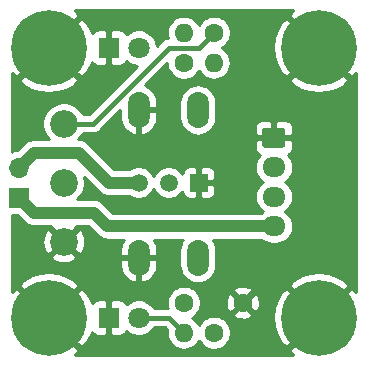
<source format=gbr>
G04 #@! TF.GenerationSoftware,KiCad,Pcbnew,(5.1.4)-1*
G04 #@! TF.CreationDate,2021-01-14T09:01:17+01:00*
G04 #@! TF.ProjectId,daughterBoard,64617567-6874-4657-9242-6f6172642e6b,rev?*
G04 #@! TF.SameCoordinates,Original*
G04 #@! TF.FileFunction,Copper,L2,Bot*
G04 #@! TF.FilePolarity,Positive*
%FSLAX46Y46*%
G04 Gerber Fmt 4.6, Leading zero omitted, Abs format (unit mm)*
G04 Created by KiCad (PCBNEW (5.1.4)-1) date 2021-01-14 09:01:17*
%MOMM*%
%LPD*%
G04 APERTURE LIST*
%ADD10C,0.100000*%
%ADD11C,1.700000*%
%ADD12O,1.950000X1.700000*%
%ADD13C,6.400000*%
%ADD14C,0.800000*%
%ADD15C,2.340000*%
%ADD16O,1.850000X3.048000*%
%ADD17C,1.600000*%
%ADD18R,1.800000X1.800000*%
%ADD19C,1.800000*%
%ADD20R,1.700000X1.700000*%
%ADD21O,1.700000X1.700000*%
%ADD22C,1.500000*%
%ADD23R,1.500000X1.500000*%
%ADD24O,1.600000X1.600000*%
%ADD25C,0.400000*%
%ADD26C,1.000000*%
%ADD27C,0.254000*%
G04 APERTURE END LIST*
D10*
G36*
X153149504Y-99481204D02*
G01*
X153173773Y-99484804D01*
X153197571Y-99490765D01*
X153220671Y-99499030D01*
X153242849Y-99509520D01*
X153263893Y-99522133D01*
X153283598Y-99536747D01*
X153301777Y-99553223D01*
X153318253Y-99571402D01*
X153332867Y-99591107D01*
X153345480Y-99612151D01*
X153355970Y-99634329D01*
X153364235Y-99657429D01*
X153370196Y-99681227D01*
X153373796Y-99705496D01*
X153375000Y-99730000D01*
X153375000Y-100930000D01*
X153373796Y-100954504D01*
X153370196Y-100978773D01*
X153364235Y-101002571D01*
X153355970Y-101025671D01*
X153345480Y-101047849D01*
X153332867Y-101068893D01*
X153318253Y-101088598D01*
X153301777Y-101106777D01*
X153283598Y-101123253D01*
X153263893Y-101137867D01*
X153242849Y-101150480D01*
X153220671Y-101160970D01*
X153197571Y-101169235D01*
X153173773Y-101175196D01*
X153149504Y-101178796D01*
X153125000Y-101180000D01*
X151675000Y-101180000D01*
X151650496Y-101178796D01*
X151626227Y-101175196D01*
X151602429Y-101169235D01*
X151579329Y-101160970D01*
X151557151Y-101150480D01*
X151536107Y-101137867D01*
X151516402Y-101123253D01*
X151498223Y-101106777D01*
X151481747Y-101088598D01*
X151467133Y-101068893D01*
X151454520Y-101047849D01*
X151444030Y-101025671D01*
X151435765Y-101002571D01*
X151429804Y-100978773D01*
X151426204Y-100954504D01*
X151425000Y-100930000D01*
X151425000Y-99730000D01*
X151426204Y-99705496D01*
X151429804Y-99681227D01*
X151435765Y-99657429D01*
X151444030Y-99634329D01*
X151454520Y-99612151D01*
X151467133Y-99591107D01*
X151481747Y-99571402D01*
X151498223Y-99553223D01*
X151516402Y-99536747D01*
X151536107Y-99522133D01*
X151557151Y-99509520D01*
X151579329Y-99499030D01*
X151602429Y-99490765D01*
X151626227Y-99484804D01*
X151650496Y-99481204D01*
X151675000Y-99480000D01*
X153125000Y-99480000D01*
X153149504Y-99481204D01*
X153149504Y-99481204D01*
G37*
D11*
X152400000Y-100330000D03*
D12*
X152400000Y-102830000D03*
X152400000Y-105330000D03*
X152400000Y-107830000D03*
D13*
X156210000Y-115570000D03*
D14*
X158610000Y-115570000D03*
X157907056Y-117267056D03*
X156210000Y-117970000D03*
X154512944Y-117267056D03*
X153810000Y-115570000D03*
X154512944Y-113872944D03*
X156210000Y-113170000D03*
X157907056Y-113872944D03*
X135047056Y-113872944D03*
X133350000Y-113170000D03*
X131652944Y-113872944D03*
X130950000Y-115570000D03*
X131652944Y-117267056D03*
X133350000Y-117970000D03*
X135047056Y-117267056D03*
X135750000Y-115570000D03*
D13*
X133350000Y-115570000D03*
X133350000Y-92710000D03*
D14*
X135750000Y-92710000D03*
X135047056Y-94407056D03*
X133350000Y-95110000D03*
X131652944Y-94407056D03*
X130950000Y-92710000D03*
X131652944Y-91012944D03*
X133350000Y-90310000D03*
X135047056Y-91012944D03*
X157907056Y-91012944D03*
X156210000Y-90310000D03*
X154512944Y-91012944D03*
X153810000Y-92710000D03*
X154512944Y-94407056D03*
X156210000Y-95110000D03*
X157907056Y-94407056D03*
X158610000Y-92710000D03*
D13*
X156210000Y-92710000D03*
D15*
X134620000Y-109140000D03*
X134620000Y-104140000D03*
X134620000Y-99140000D03*
D16*
X140970000Y-97990000D03*
X145970000Y-97990000D03*
X140970000Y-110490000D03*
X145970000Y-110490000D03*
D17*
X144780000Y-114300000D03*
X149780000Y-114300000D03*
D18*
X138430000Y-92710000D03*
D19*
X140970000Y-92710000D03*
X140970000Y-115570000D03*
D18*
X138430000Y-115570000D03*
D20*
X130810000Y-105410000D03*
D21*
X130810000Y-102870000D03*
D22*
X143510000Y-104140000D03*
X140970000Y-104140000D03*
D23*
X146050000Y-104140000D03*
D17*
X147320000Y-116840000D03*
D24*
X144780000Y-116840000D03*
X144780000Y-91440000D03*
D17*
X147320000Y-91440000D03*
X144780000Y-93980000D03*
D24*
X147320000Y-93980000D03*
D25*
X143510000Y-115570000D02*
X144780000Y-116840000D01*
X140970000Y-115570000D02*
X143510000Y-115570000D01*
X137080000Y-99140000D02*
X134620000Y-99140000D01*
X143510000Y-92710000D02*
X137080000Y-99140000D01*
X147320000Y-91440000D02*
X146050000Y-92710000D01*
X146050000Y-92710000D02*
X143510000Y-92710000D01*
D26*
X138310000Y-107830000D02*
X152400000Y-107830000D01*
X137160000Y-106680000D02*
X138310000Y-107830000D01*
X130810000Y-105410000D02*
X132080000Y-106680000D01*
X132080000Y-106680000D02*
X137160000Y-106680000D01*
X130810000Y-102870000D02*
X132080000Y-101600000D01*
X132080000Y-101600000D02*
X135890000Y-101600000D01*
X135890000Y-101600000D02*
X138430000Y-104140000D01*
X138430000Y-104140000D02*
X140970000Y-104140000D01*
D27*
G36*
X153688724Y-90009119D02*
G01*
X156210000Y-92530395D01*
X156224143Y-92516253D01*
X156403748Y-92695858D01*
X156389605Y-92710000D01*
X158910881Y-95231276D01*
X159360000Y-94900914D01*
X159360001Y-113379086D01*
X158910881Y-113048724D01*
X156389605Y-115570000D01*
X156403748Y-115584143D01*
X156224143Y-115763748D01*
X156210000Y-115749605D01*
X153688724Y-118270881D01*
X154019086Y-118720000D01*
X135540914Y-118720000D01*
X135871276Y-118270881D01*
X133350000Y-115749605D01*
X133335858Y-115763748D01*
X133156253Y-115584143D01*
X133170395Y-115570000D01*
X133529605Y-115570000D01*
X136050881Y-118091276D01*
X136540548Y-117731088D01*
X136900849Y-117067118D01*
X136984695Y-116796865D01*
X136999463Y-116824494D01*
X137078815Y-116921185D01*
X137175506Y-117000537D01*
X137285820Y-117059502D01*
X137405518Y-117095812D01*
X137530000Y-117108072D01*
X138144250Y-117105000D01*
X138303000Y-116946250D01*
X138303000Y-115697000D01*
X138283000Y-115697000D01*
X138283000Y-115443000D01*
X138303000Y-115443000D01*
X138303000Y-114193750D01*
X138557000Y-114193750D01*
X138557000Y-115443000D01*
X138577000Y-115443000D01*
X138577000Y-115697000D01*
X138557000Y-115697000D01*
X138557000Y-116946250D01*
X138715750Y-117105000D01*
X139330000Y-117108072D01*
X139454482Y-117095812D01*
X139574180Y-117059502D01*
X139684494Y-117000537D01*
X139781185Y-116921185D01*
X139860537Y-116824494D01*
X139919502Y-116714180D01*
X139925056Y-116695873D01*
X139991495Y-116762312D01*
X140242905Y-116930299D01*
X140522257Y-117046011D01*
X140818816Y-117105000D01*
X141121184Y-117105000D01*
X141417743Y-117046011D01*
X141697095Y-116930299D01*
X141948505Y-116762312D01*
X142162312Y-116548505D01*
X142258199Y-116405000D01*
X143164133Y-116405000D01*
X143361466Y-116602333D01*
X143338057Y-116840000D01*
X143365764Y-117121309D01*
X143447818Y-117391808D01*
X143581068Y-117641101D01*
X143760392Y-117859608D01*
X143978899Y-118038932D01*
X144228192Y-118172182D01*
X144498691Y-118254236D01*
X144709508Y-118275000D01*
X144850492Y-118275000D01*
X145061309Y-118254236D01*
X145331808Y-118172182D01*
X145581101Y-118038932D01*
X145799608Y-117859608D01*
X145978932Y-117641101D01*
X146046350Y-117514971D01*
X146048320Y-117519727D01*
X146205363Y-117754759D01*
X146405241Y-117954637D01*
X146640273Y-118111680D01*
X146901426Y-118219853D01*
X147178665Y-118275000D01*
X147461335Y-118275000D01*
X147738574Y-118219853D01*
X147999727Y-118111680D01*
X148234759Y-117954637D01*
X148434637Y-117754759D01*
X148591680Y-117519727D01*
X148699853Y-117258574D01*
X148755000Y-116981335D01*
X148755000Y-116698665D01*
X148699853Y-116421426D01*
X148591680Y-116160273D01*
X148434637Y-115925241D01*
X148234759Y-115725363D01*
X147999727Y-115568320D01*
X147738574Y-115460147D01*
X147461335Y-115405000D01*
X147178665Y-115405000D01*
X146901426Y-115460147D01*
X146640273Y-115568320D01*
X146405241Y-115725363D01*
X146205363Y-115925241D01*
X146048320Y-116160273D01*
X146046350Y-116165029D01*
X145978932Y-116038899D01*
X145799608Y-115820392D01*
X145581101Y-115641068D01*
X145454971Y-115573650D01*
X145459727Y-115571680D01*
X145694759Y-115414637D01*
X145816694Y-115292702D01*
X148966903Y-115292702D01*
X149038486Y-115536671D01*
X149293996Y-115657571D01*
X149568184Y-115726300D01*
X149850512Y-115740217D01*
X150130130Y-115698787D01*
X150396292Y-115603603D01*
X150504631Y-115545695D01*
X152356520Y-115545695D01*
X152425822Y-116297938D01*
X152640548Y-117022208D01*
X152992445Y-117690670D01*
X153019452Y-117731088D01*
X153509119Y-118091276D01*
X156030395Y-115570000D01*
X153509119Y-113048724D01*
X153019452Y-113408912D01*
X152659151Y-114072882D01*
X152435306Y-114794385D01*
X152356520Y-115545695D01*
X150504631Y-115545695D01*
X150521514Y-115536671D01*
X150593097Y-115292702D01*
X149780000Y-114479605D01*
X148966903Y-115292702D01*
X145816694Y-115292702D01*
X145894637Y-115214759D01*
X146051680Y-114979727D01*
X146159853Y-114718574D01*
X146215000Y-114441335D01*
X146215000Y-114370512D01*
X148339783Y-114370512D01*
X148381213Y-114650130D01*
X148476397Y-114916292D01*
X148543329Y-115041514D01*
X148787298Y-115113097D01*
X149600395Y-114300000D01*
X149959605Y-114300000D01*
X150772702Y-115113097D01*
X151016671Y-115041514D01*
X151137571Y-114786004D01*
X151206300Y-114511816D01*
X151220217Y-114229488D01*
X151178787Y-113949870D01*
X151083603Y-113683708D01*
X151016671Y-113558486D01*
X150772702Y-113486903D01*
X149959605Y-114300000D01*
X149600395Y-114300000D01*
X148787298Y-113486903D01*
X148543329Y-113558486D01*
X148422429Y-113813996D01*
X148353700Y-114088184D01*
X148339783Y-114370512D01*
X146215000Y-114370512D01*
X146215000Y-114158665D01*
X146159853Y-113881426D01*
X146051680Y-113620273D01*
X145894637Y-113385241D01*
X145816694Y-113307298D01*
X148966903Y-113307298D01*
X149780000Y-114120395D01*
X150593097Y-113307298D01*
X150521514Y-113063329D01*
X150266004Y-112942429D01*
X149991816Y-112873700D01*
X149898884Y-112869119D01*
X153688724Y-112869119D01*
X156210000Y-115390395D01*
X158731276Y-112869119D01*
X158371088Y-112379452D01*
X157707118Y-112019151D01*
X156985615Y-111795306D01*
X156234305Y-111716520D01*
X155482062Y-111785822D01*
X154757792Y-112000548D01*
X154089330Y-112352445D01*
X154048912Y-112379452D01*
X153688724Y-112869119D01*
X149898884Y-112869119D01*
X149709488Y-112859783D01*
X149429870Y-112901213D01*
X149163708Y-112996397D01*
X149038486Y-113063329D01*
X148966903Y-113307298D01*
X145816694Y-113307298D01*
X145694759Y-113185363D01*
X145459727Y-113028320D01*
X145198574Y-112920147D01*
X144921335Y-112865000D01*
X144638665Y-112865000D01*
X144361426Y-112920147D01*
X144100273Y-113028320D01*
X143865241Y-113185363D01*
X143665363Y-113385241D01*
X143508320Y-113620273D01*
X143400147Y-113881426D01*
X143345000Y-114158665D01*
X143345000Y-114441335D01*
X143400147Y-114718574D01*
X143406951Y-114735000D01*
X142258199Y-114735000D01*
X142162312Y-114591495D01*
X141948505Y-114377688D01*
X141697095Y-114209701D01*
X141417743Y-114093989D01*
X141121184Y-114035000D01*
X140818816Y-114035000D01*
X140522257Y-114093989D01*
X140242905Y-114209701D01*
X139991495Y-114377688D01*
X139925056Y-114444127D01*
X139919502Y-114425820D01*
X139860537Y-114315506D01*
X139781185Y-114218815D01*
X139684494Y-114139463D01*
X139574180Y-114080498D01*
X139454482Y-114044188D01*
X139330000Y-114031928D01*
X138715750Y-114035000D01*
X138557000Y-114193750D01*
X138303000Y-114193750D01*
X138144250Y-114035000D01*
X137530000Y-114031928D01*
X137405518Y-114044188D01*
X137285820Y-114080498D01*
X137175506Y-114139463D01*
X137078815Y-114218815D01*
X136999463Y-114315506D01*
X136985702Y-114341251D01*
X136919452Y-114117792D01*
X136567555Y-113449330D01*
X136540548Y-113408912D01*
X136050881Y-113048724D01*
X133529605Y-115570000D01*
X133170395Y-115570000D01*
X130649119Y-113048724D01*
X130200000Y-113379086D01*
X130200000Y-112869119D01*
X130828724Y-112869119D01*
X133350000Y-115390395D01*
X135871276Y-112869119D01*
X135511088Y-112379452D01*
X134847118Y-112019151D01*
X134125615Y-111795306D01*
X133374305Y-111716520D01*
X132622062Y-111785822D01*
X131897792Y-112000548D01*
X131229330Y-112352445D01*
X131188912Y-112379452D01*
X130828724Y-112869119D01*
X130200000Y-112869119D01*
X130200000Y-110396602D01*
X133543003Y-110396602D01*
X133659275Y-110678389D01*
X133977860Y-110836257D01*
X134321122Y-110928938D01*
X134675869Y-110952873D01*
X135028470Y-110907139D01*
X135365373Y-110793495D01*
X135580725Y-110678389D01*
X135606055Y-110617000D01*
X139410000Y-110617000D01*
X139410000Y-111216000D01*
X139464751Y-111517901D01*
X139577348Y-111803319D01*
X139743464Y-112061286D01*
X139956715Y-112281889D01*
X140208906Y-112456650D01*
X140490345Y-112578853D01*
X140601336Y-112604812D01*
X140843000Y-112484483D01*
X140843000Y-110617000D01*
X141097000Y-110617000D01*
X141097000Y-112484483D01*
X141338664Y-112604812D01*
X141449655Y-112578853D01*
X141731094Y-112456650D01*
X141983285Y-112281889D01*
X142196536Y-112061286D01*
X142362652Y-111803319D01*
X142475249Y-111517901D01*
X142530000Y-111216000D01*
X142530000Y-110617000D01*
X141097000Y-110617000D01*
X140843000Y-110617000D01*
X139410000Y-110617000D01*
X135606055Y-110617000D01*
X135696997Y-110396602D01*
X134620000Y-109319605D01*
X133543003Y-110396602D01*
X130200000Y-110396602D01*
X130200000Y-109195869D01*
X132807127Y-109195869D01*
X132852861Y-109548470D01*
X132966505Y-109885373D01*
X133081611Y-110100725D01*
X133363398Y-110216997D01*
X134440395Y-109140000D01*
X134799605Y-109140000D01*
X135876602Y-110216997D01*
X136158389Y-110100725D01*
X136316257Y-109782140D01*
X136408938Y-109438878D01*
X136432873Y-109084131D01*
X136387139Y-108731530D01*
X136273495Y-108394627D01*
X136158389Y-108179275D01*
X135876602Y-108063003D01*
X134799605Y-109140000D01*
X134440395Y-109140000D01*
X133363398Y-108063003D01*
X133081611Y-108179275D01*
X132923743Y-108497860D01*
X132831062Y-108841122D01*
X132807127Y-109195869D01*
X130200000Y-109195869D01*
X130200000Y-106898072D01*
X130692940Y-106898072D01*
X131238008Y-107443140D01*
X131273551Y-107486449D01*
X131446377Y-107628284D01*
X131643553Y-107733676D01*
X131807705Y-107783471D01*
X131857500Y-107798577D01*
X131878493Y-107800644D01*
X132024248Y-107815000D01*
X132024255Y-107815000D01*
X132079999Y-107820490D01*
X132135743Y-107815000D01*
X133571226Y-107815000D01*
X133543003Y-107883398D01*
X134620000Y-108960395D01*
X135696997Y-107883398D01*
X135668774Y-107815000D01*
X136689868Y-107815000D01*
X137468013Y-108593146D01*
X137503551Y-108636449D01*
X137546854Y-108671987D01*
X137546856Y-108671989D01*
X137676377Y-108778284D01*
X137873553Y-108883676D01*
X138087501Y-108948577D01*
X138310000Y-108970491D01*
X138365752Y-108965000D01*
X139713658Y-108965000D01*
X139577348Y-109176681D01*
X139464751Y-109462099D01*
X139410000Y-109764000D01*
X139410000Y-110363000D01*
X140843000Y-110363000D01*
X140843000Y-110343000D01*
X141097000Y-110343000D01*
X141097000Y-110363000D01*
X142530000Y-110363000D01*
X142530000Y-109764000D01*
X142475249Y-109462099D01*
X142362652Y-109176681D01*
X142226342Y-108965000D01*
X144711865Y-108965000D01*
X144666631Y-109020118D01*
X144521774Y-109291126D01*
X144432572Y-109585188D01*
X144410000Y-109814365D01*
X144410000Y-111165636D01*
X144432572Y-111394813D01*
X144521774Y-111688875D01*
X144666632Y-111959883D01*
X144861577Y-112197424D01*
X145099118Y-112392369D01*
X145370126Y-112537226D01*
X145664188Y-112626428D01*
X145970000Y-112656548D01*
X146275813Y-112626428D01*
X146569875Y-112537226D01*
X146840883Y-112392369D01*
X147078424Y-112197424D01*
X147273369Y-111959883D01*
X147418226Y-111688875D01*
X147507428Y-111394813D01*
X147530000Y-111165636D01*
X147530000Y-109814364D01*
X147507428Y-109585187D01*
X147418226Y-109291125D01*
X147273369Y-109020117D01*
X147228136Y-108965000D01*
X151317183Y-108965000D01*
X151445986Y-109070706D01*
X151703966Y-109208599D01*
X151983889Y-109293513D01*
X152202050Y-109315000D01*
X152597950Y-109315000D01*
X152816111Y-109293513D01*
X153096034Y-109208599D01*
X153354014Y-109070706D01*
X153580134Y-108885134D01*
X153765706Y-108659014D01*
X153903599Y-108401034D01*
X153988513Y-108121111D01*
X154017185Y-107830000D01*
X153988513Y-107538889D01*
X153903599Y-107258966D01*
X153765706Y-107000986D01*
X153580134Y-106774866D01*
X153354014Y-106589294D01*
X153336626Y-106580000D01*
X153354014Y-106570706D01*
X153580134Y-106385134D01*
X153765706Y-106159014D01*
X153903599Y-105901034D01*
X153988513Y-105621111D01*
X154017185Y-105330000D01*
X153988513Y-105038889D01*
X153903599Y-104758966D01*
X153765706Y-104500986D01*
X153580134Y-104274866D01*
X153354014Y-104089294D01*
X153336626Y-104080000D01*
X153354014Y-104070706D01*
X153580134Y-103885134D01*
X153765706Y-103659014D01*
X153903599Y-103401034D01*
X153988513Y-103121111D01*
X154017185Y-102830000D01*
X153988513Y-102538889D01*
X153903599Y-102258966D01*
X153765706Y-102000986D01*
X153584392Y-101780055D01*
X153619180Y-101769502D01*
X153729494Y-101710537D01*
X153826185Y-101631185D01*
X153905537Y-101534494D01*
X153964502Y-101424180D01*
X154000812Y-101304482D01*
X154013072Y-101180000D01*
X154010000Y-100615750D01*
X153851250Y-100457000D01*
X152527000Y-100457000D01*
X152527000Y-100477000D01*
X152273000Y-100477000D01*
X152273000Y-100457000D01*
X150948750Y-100457000D01*
X150790000Y-100615750D01*
X150786928Y-101180000D01*
X150799188Y-101304482D01*
X150835498Y-101424180D01*
X150894463Y-101534494D01*
X150973815Y-101631185D01*
X151070506Y-101710537D01*
X151180820Y-101769502D01*
X151215608Y-101780055D01*
X151034294Y-102000986D01*
X150896401Y-102258966D01*
X150811487Y-102538889D01*
X150782815Y-102830000D01*
X150811487Y-103121111D01*
X150896401Y-103401034D01*
X151034294Y-103659014D01*
X151219866Y-103885134D01*
X151445986Y-104070706D01*
X151463374Y-104080000D01*
X151445986Y-104089294D01*
X151219866Y-104274866D01*
X151034294Y-104500986D01*
X150896401Y-104758966D01*
X150811487Y-105038889D01*
X150782815Y-105330000D01*
X150811487Y-105621111D01*
X150896401Y-105901034D01*
X151034294Y-106159014D01*
X151219866Y-106385134D01*
X151445986Y-106570706D01*
X151463374Y-106580000D01*
X151445986Y-106589294D01*
X151317183Y-106695000D01*
X138780132Y-106695000D01*
X138001995Y-105916864D01*
X137966449Y-105873551D01*
X137793623Y-105731716D01*
X137596447Y-105626324D01*
X137382499Y-105561423D01*
X137215752Y-105545000D01*
X137215751Y-105545000D01*
X137160000Y-105539509D01*
X137104249Y-105545000D01*
X135766184Y-105545000D01*
X135770621Y-105542035D01*
X136022035Y-105290621D01*
X136219571Y-104994988D01*
X136355635Y-104666499D01*
X136425000Y-104317777D01*
X136425000Y-103962223D01*
X136369854Y-103684986D01*
X137588009Y-104903141D01*
X137623551Y-104946449D01*
X137796377Y-105088284D01*
X137993553Y-105193676D01*
X138207501Y-105258577D01*
X138374248Y-105275000D01*
X138374257Y-105275000D01*
X138429999Y-105280490D01*
X138485741Y-105275000D01*
X140175714Y-105275000D01*
X140313957Y-105367371D01*
X140566011Y-105471775D01*
X140833589Y-105525000D01*
X141106411Y-105525000D01*
X141373989Y-105471775D01*
X141626043Y-105367371D01*
X141852886Y-105215799D01*
X142045799Y-105022886D01*
X142197371Y-104796043D01*
X142240000Y-104693127D01*
X142282629Y-104796043D01*
X142434201Y-105022886D01*
X142627114Y-105215799D01*
X142853957Y-105367371D01*
X143106011Y-105471775D01*
X143373589Y-105525000D01*
X143646411Y-105525000D01*
X143913989Y-105471775D01*
X144166043Y-105367371D01*
X144392886Y-105215799D01*
X144585799Y-105022886D01*
X144663555Y-104906517D01*
X144674188Y-105014482D01*
X144710498Y-105134180D01*
X144769463Y-105244494D01*
X144848815Y-105341185D01*
X144945506Y-105420537D01*
X145055820Y-105479502D01*
X145175518Y-105515812D01*
X145300000Y-105528072D01*
X145764250Y-105525000D01*
X145923000Y-105366250D01*
X145923000Y-104267000D01*
X146177000Y-104267000D01*
X146177000Y-105366250D01*
X146335750Y-105525000D01*
X146800000Y-105528072D01*
X146924482Y-105515812D01*
X147044180Y-105479502D01*
X147154494Y-105420537D01*
X147251185Y-105341185D01*
X147330537Y-105244494D01*
X147389502Y-105134180D01*
X147425812Y-105014482D01*
X147438072Y-104890000D01*
X147435000Y-104425750D01*
X147276250Y-104267000D01*
X146177000Y-104267000D01*
X145923000Y-104267000D01*
X145903000Y-104267000D01*
X145903000Y-104013000D01*
X145923000Y-104013000D01*
X145923000Y-102913750D01*
X146177000Y-102913750D01*
X146177000Y-104013000D01*
X147276250Y-104013000D01*
X147435000Y-103854250D01*
X147438072Y-103390000D01*
X147425812Y-103265518D01*
X147389502Y-103145820D01*
X147330537Y-103035506D01*
X147251185Y-102938815D01*
X147154494Y-102859463D01*
X147044180Y-102800498D01*
X146924482Y-102764188D01*
X146800000Y-102751928D01*
X146335750Y-102755000D01*
X146177000Y-102913750D01*
X145923000Y-102913750D01*
X145764250Y-102755000D01*
X145300000Y-102751928D01*
X145175518Y-102764188D01*
X145055820Y-102800498D01*
X144945506Y-102859463D01*
X144848815Y-102938815D01*
X144769463Y-103035506D01*
X144710498Y-103145820D01*
X144674188Y-103265518D01*
X144663555Y-103373483D01*
X144585799Y-103257114D01*
X144392886Y-103064201D01*
X144166043Y-102912629D01*
X143913989Y-102808225D01*
X143646411Y-102755000D01*
X143373589Y-102755000D01*
X143106011Y-102808225D01*
X142853957Y-102912629D01*
X142627114Y-103064201D01*
X142434201Y-103257114D01*
X142282629Y-103483957D01*
X142240000Y-103586873D01*
X142197371Y-103483957D01*
X142045799Y-103257114D01*
X141852886Y-103064201D01*
X141626043Y-102912629D01*
X141373989Y-102808225D01*
X141106411Y-102755000D01*
X140833589Y-102755000D01*
X140566011Y-102808225D01*
X140313957Y-102912629D01*
X140175714Y-103005000D01*
X138900132Y-103005000D01*
X136731996Y-100836865D01*
X136696449Y-100793551D01*
X136523623Y-100651716D01*
X136326447Y-100546324D01*
X136112499Y-100481423D01*
X135945752Y-100465000D01*
X135945751Y-100465000D01*
X135890000Y-100459509D01*
X135849121Y-100463535D01*
X136022035Y-100290621D01*
X136219571Y-99994988D01*
X136227850Y-99975000D01*
X137038982Y-99975000D01*
X137080000Y-99979040D01*
X137121018Y-99975000D01*
X137121019Y-99975000D01*
X137243689Y-99962918D01*
X137401087Y-99915172D01*
X137546146Y-99837636D01*
X137673291Y-99733291D01*
X137699446Y-99701421D01*
X139410000Y-97990867D01*
X139410000Y-98716000D01*
X139464751Y-99017901D01*
X139577348Y-99303319D01*
X139743464Y-99561286D01*
X139956715Y-99781889D01*
X140208906Y-99956650D01*
X140490345Y-100078853D01*
X140601336Y-100104812D01*
X140843000Y-99984483D01*
X140843000Y-98117000D01*
X141097000Y-98117000D01*
X141097000Y-99984483D01*
X141338664Y-100104812D01*
X141449655Y-100078853D01*
X141731094Y-99956650D01*
X141983285Y-99781889D01*
X142196536Y-99561286D01*
X142362652Y-99303319D01*
X142475249Y-99017901D01*
X142530000Y-98716000D01*
X142530000Y-98117000D01*
X141097000Y-98117000D01*
X140843000Y-98117000D01*
X140823000Y-98117000D01*
X140823000Y-97863000D01*
X140843000Y-97863000D01*
X140843000Y-97843000D01*
X141097000Y-97843000D01*
X141097000Y-97863000D01*
X142530000Y-97863000D01*
X142530000Y-97314365D01*
X144410000Y-97314365D01*
X144410000Y-98665636D01*
X144432572Y-98894813D01*
X144521774Y-99188875D01*
X144666632Y-99459883D01*
X144861577Y-99697424D01*
X145099118Y-99892369D01*
X145370126Y-100037226D01*
X145664188Y-100126428D01*
X145970000Y-100156548D01*
X146275813Y-100126428D01*
X146569875Y-100037226D01*
X146840883Y-99892369D01*
X147078424Y-99697424D01*
X147256859Y-99480000D01*
X150786928Y-99480000D01*
X150790000Y-100044250D01*
X150948750Y-100203000D01*
X152273000Y-100203000D01*
X152273000Y-99003750D01*
X152527000Y-99003750D01*
X152527000Y-100203000D01*
X153851250Y-100203000D01*
X154010000Y-100044250D01*
X154013072Y-99480000D01*
X154000812Y-99355518D01*
X153964502Y-99235820D01*
X153905537Y-99125506D01*
X153826185Y-99028815D01*
X153729494Y-98949463D01*
X153619180Y-98890498D01*
X153499482Y-98854188D01*
X153375000Y-98841928D01*
X152685750Y-98845000D01*
X152527000Y-99003750D01*
X152273000Y-99003750D01*
X152114250Y-98845000D01*
X151425000Y-98841928D01*
X151300518Y-98854188D01*
X151180820Y-98890498D01*
X151070506Y-98949463D01*
X150973815Y-99028815D01*
X150894463Y-99125506D01*
X150835498Y-99235820D01*
X150799188Y-99355518D01*
X150786928Y-99480000D01*
X147256859Y-99480000D01*
X147273369Y-99459883D01*
X147418226Y-99188875D01*
X147507428Y-98894813D01*
X147530000Y-98665636D01*
X147530000Y-97314364D01*
X147507428Y-97085187D01*
X147418226Y-96791125D01*
X147273369Y-96520117D01*
X147078424Y-96282576D01*
X146840882Y-96087631D01*
X146569874Y-95942774D01*
X146275812Y-95853572D01*
X145970000Y-95823452D01*
X145664187Y-95853572D01*
X145370125Y-95942774D01*
X145099117Y-96087631D01*
X144861576Y-96282576D01*
X144666631Y-96520118D01*
X144521774Y-96791126D01*
X144432572Y-97085188D01*
X144410000Y-97314365D01*
X142530000Y-97314365D01*
X142530000Y-97264000D01*
X142475249Y-96962099D01*
X142362652Y-96676681D01*
X142196536Y-96418714D01*
X141983285Y-96198111D01*
X141731094Y-96023350D01*
X141484563Y-95916304D01*
X143345000Y-94055868D01*
X143345000Y-94121335D01*
X143400147Y-94398574D01*
X143508320Y-94659727D01*
X143665363Y-94894759D01*
X143865241Y-95094637D01*
X144100273Y-95251680D01*
X144361426Y-95359853D01*
X144638665Y-95415000D01*
X144921335Y-95415000D01*
X145198574Y-95359853D01*
X145459727Y-95251680D01*
X145694759Y-95094637D01*
X145894637Y-94894759D01*
X146051680Y-94659727D01*
X146053650Y-94654971D01*
X146121068Y-94781101D01*
X146300392Y-94999608D01*
X146518899Y-95178932D01*
X146768192Y-95312182D01*
X147038691Y-95394236D01*
X147249508Y-95415000D01*
X147390492Y-95415000D01*
X147432312Y-95410881D01*
X153688724Y-95410881D01*
X154048912Y-95900548D01*
X154712882Y-96260849D01*
X155434385Y-96484694D01*
X156185695Y-96563480D01*
X156937938Y-96494178D01*
X157662208Y-96279452D01*
X158330670Y-95927555D01*
X158371088Y-95900548D01*
X158731276Y-95410881D01*
X156210000Y-92889605D01*
X153688724Y-95410881D01*
X147432312Y-95410881D01*
X147601309Y-95394236D01*
X147871808Y-95312182D01*
X148121101Y-95178932D01*
X148339608Y-94999608D01*
X148518932Y-94781101D01*
X148652182Y-94531808D01*
X148734236Y-94261309D01*
X148761943Y-93980000D01*
X148734236Y-93698691D01*
X148652182Y-93428192D01*
X148518932Y-93178899D01*
X148339608Y-92960392D01*
X148121101Y-92781068D01*
X147994971Y-92713650D01*
X147999727Y-92711680D01*
X148038616Y-92685695D01*
X152356520Y-92685695D01*
X152425822Y-93437938D01*
X152640548Y-94162208D01*
X152992445Y-94830670D01*
X153019452Y-94871088D01*
X153509119Y-95231276D01*
X156030395Y-92710000D01*
X153509119Y-90188724D01*
X153019452Y-90548912D01*
X152659151Y-91212882D01*
X152435306Y-91934385D01*
X152356520Y-92685695D01*
X148038616Y-92685695D01*
X148234759Y-92554637D01*
X148434637Y-92354759D01*
X148591680Y-92119727D01*
X148699853Y-91858574D01*
X148755000Y-91581335D01*
X148755000Y-91298665D01*
X148699853Y-91021426D01*
X148591680Y-90760273D01*
X148434637Y-90525241D01*
X148234759Y-90325363D01*
X147999727Y-90168320D01*
X147738574Y-90060147D01*
X147461335Y-90005000D01*
X147178665Y-90005000D01*
X146901426Y-90060147D01*
X146640273Y-90168320D01*
X146405241Y-90325363D01*
X146205363Y-90525241D01*
X146048320Y-90760273D01*
X146046350Y-90765029D01*
X145978932Y-90638899D01*
X145799608Y-90420392D01*
X145581101Y-90241068D01*
X145331808Y-90107818D01*
X145061309Y-90025764D01*
X144850492Y-90005000D01*
X144709508Y-90005000D01*
X144498691Y-90025764D01*
X144228192Y-90107818D01*
X143978899Y-90241068D01*
X143760392Y-90420392D01*
X143581068Y-90638899D01*
X143447818Y-90888192D01*
X143365764Y-91158691D01*
X143338057Y-91440000D01*
X143365764Y-91721309D01*
X143414027Y-91880413D01*
X143346311Y-91887082D01*
X143188913Y-91934828D01*
X143043854Y-92012364D01*
X142916709Y-92116709D01*
X142890561Y-92148571D01*
X142500905Y-92538227D01*
X142446011Y-92262257D01*
X142330299Y-91982905D01*
X142162312Y-91731495D01*
X141948505Y-91517688D01*
X141697095Y-91349701D01*
X141417743Y-91233989D01*
X141121184Y-91175000D01*
X140818816Y-91175000D01*
X140522257Y-91233989D01*
X140242905Y-91349701D01*
X139991495Y-91517688D01*
X139925056Y-91584127D01*
X139919502Y-91565820D01*
X139860537Y-91455506D01*
X139781185Y-91358815D01*
X139684494Y-91279463D01*
X139574180Y-91220498D01*
X139454482Y-91184188D01*
X139330000Y-91171928D01*
X138715750Y-91175000D01*
X138557000Y-91333750D01*
X138557000Y-92583000D01*
X138577000Y-92583000D01*
X138577000Y-92837000D01*
X138557000Y-92837000D01*
X138557000Y-94086250D01*
X138715750Y-94245000D01*
X139330000Y-94248072D01*
X139454482Y-94235812D01*
X139574180Y-94199502D01*
X139684494Y-94140537D01*
X139781185Y-94061185D01*
X139860537Y-93964494D01*
X139919502Y-93854180D01*
X139925056Y-93835873D01*
X139991495Y-93902312D01*
X140242905Y-94070299D01*
X140522257Y-94186011D01*
X140798228Y-94240905D01*
X136734133Y-98305000D01*
X136227850Y-98305000D01*
X136219571Y-98285012D01*
X136022035Y-97989379D01*
X135770621Y-97737965D01*
X135474988Y-97540429D01*
X135146499Y-97404365D01*
X134797777Y-97335000D01*
X134442223Y-97335000D01*
X134093501Y-97404365D01*
X133765012Y-97540429D01*
X133469379Y-97737965D01*
X133217965Y-97989379D01*
X133020429Y-98285012D01*
X132884365Y-98613501D01*
X132815000Y-98962223D01*
X132815000Y-99317777D01*
X132884365Y-99666499D01*
X133020429Y-99994988D01*
X133217965Y-100290621D01*
X133392344Y-100465000D01*
X132135743Y-100465000D01*
X132079999Y-100459510D01*
X132024255Y-100465000D01*
X132024248Y-100465000D01*
X131878493Y-100479356D01*
X131857500Y-100481423D01*
X131807705Y-100496529D01*
X131643553Y-100546324D01*
X131446377Y-100651716D01*
X131273551Y-100793551D01*
X131238008Y-100836860D01*
X130684714Y-101390155D01*
X130518889Y-101406487D01*
X130238966Y-101491401D01*
X130200000Y-101512229D01*
X130200000Y-95410881D01*
X130828724Y-95410881D01*
X131188912Y-95900548D01*
X131852882Y-96260849D01*
X132574385Y-96484694D01*
X133325695Y-96563480D01*
X134077938Y-96494178D01*
X134802208Y-96279452D01*
X135470670Y-95927555D01*
X135511088Y-95900548D01*
X135871276Y-95410881D01*
X133350000Y-92889605D01*
X130828724Y-95410881D01*
X130200000Y-95410881D01*
X130200000Y-94900914D01*
X130649119Y-95231276D01*
X133170395Y-92710000D01*
X133529605Y-92710000D01*
X136050881Y-95231276D01*
X136540548Y-94871088D01*
X136900849Y-94207118D01*
X136984695Y-93936865D01*
X136999463Y-93964494D01*
X137078815Y-94061185D01*
X137175506Y-94140537D01*
X137285820Y-94199502D01*
X137405518Y-94235812D01*
X137530000Y-94248072D01*
X138144250Y-94245000D01*
X138303000Y-94086250D01*
X138303000Y-92837000D01*
X138283000Y-92837000D01*
X138283000Y-92583000D01*
X138303000Y-92583000D01*
X138303000Y-91333750D01*
X138144250Y-91175000D01*
X137530000Y-91171928D01*
X137405518Y-91184188D01*
X137285820Y-91220498D01*
X137175506Y-91279463D01*
X137078815Y-91358815D01*
X136999463Y-91455506D01*
X136985702Y-91481251D01*
X136919452Y-91257792D01*
X136567555Y-90589330D01*
X136540548Y-90548912D01*
X136050881Y-90188724D01*
X133529605Y-92710000D01*
X133170395Y-92710000D01*
X133156253Y-92695858D01*
X133335858Y-92516253D01*
X133350000Y-92530395D01*
X135871276Y-90009119D01*
X135540914Y-89560000D01*
X154019086Y-89560000D01*
X153688724Y-90009119D01*
X153688724Y-90009119D01*
G37*
X153688724Y-90009119D02*
X156210000Y-92530395D01*
X156224143Y-92516253D01*
X156403748Y-92695858D01*
X156389605Y-92710000D01*
X158910881Y-95231276D01*
X159360000Y-94900914D01*
X159360001Y-113379086D01*
X158910881Y-113048724D01*
X156389605Y-115570000D01*
X156403748Y-115584143D01*
X156224143Y-115763748D01*
X156210000Y-115749605D01*
X153688724Y-118270881D01*
X154019086Y-118720000D01*
X135540914Y-118720000D01*
X135871276Y-118270881D01*
X133350000Y-115749605D01*
X133335858Y-115763748D01*
X133156253Y-115584143D01*
X133170395Y-115570000D01*
X133529605Y-115570000D01*
X136050881Y-118091276D01*
X136540548Y-117731088D01*
X136900849Y-117067118D01*
X136984695Y-116796865D01*
X136999463Y-116824494D01*
X137078815Y-116921185D01*
X137175506Y-117000537D01*
X137285820Y-117059502D01*
X137405518Y-117095812D01*
X137530000Y-117108072D01*
X138144250Y-117105000D01*
X138303000Y-116946250D01*
X138303000Y-115697000D01*
X138283000Y-115697000D01*
X138283000Y-115443000D01*
X138303000Y-115443000D01*
X138303000Y-114193750D01*
X138557000Y-114193750D01*
X138557000Y-115443000D01*
X138577000Y-115443000D01*
X138577000Y-115697000D01*
X138557000Y-115697000D01*
X138557000Y-116946250D01*
X138715750Y-117105000D01*
X139330000Y-117108072D01*
X139454482Y-117095812D01*
X139574180Y-117059502D01*
X139684494Y-117000537D01*
X139781185Y-116921185D01*
X139860537Y-116824494D01*
X139919502Y-116714180D01*
X139925056Y-116695873D01*
X139991495Y-116762312D01*
X140242905Y-116930299D01*
X140522257Y-117046011D01*
X140818816Y-117105000D01*
X141121184Y-117105000D01*
X141417743Y-117046011D01*
X141697095Y-116930299D01*
X141948505Y-116762312D01*
X142162312Y-116548505D01*
X142258199Y-116405000D01*
X143164133Y-116405000D01*
X143361466Y-116602333D01*
X143338057Y-116840000D01*
X143365764Y-117121309D01*
X143447818Y-117391808D01*
X143581068Y-117641101D01*
X143760392Y-117859608D01*
X143978899Y-118038932D01*
X144228192Y-118172182D01*
X144498691Y-118254236D01*
X144709508Y-118275000D01*
X144850492Y-118275000D01*
X145061309Y-118254236D01*
X145331808Y-118172182D01*
X145581101Y-118038932D01*
X145799608Y-117859608D01*
X145978932Y-117641101D01*
X146046350Y-117514971D01*
X146048320Y-117519727D01*
X146205363Y-117754759D01*
X146405241Y-117954637D01*
X146640273Y-118111680D01*
X146901426Y-118219853D01*
X147178665Y-118275000D01*
X147461335Y-118275000D01*
X147738574Y-118219853D01*
X147999727Y-118111680D01*
X148234759Y-117954637D01*
X148434637Y-117754759D01*
X148591680Y-117519727D01*
X148699853Y-117258574D01*
X148755000Y-116981335D01*
X148755000Y-116698665D01*
X148699853Y-116421426D01*
X148591680Y-116160273D01*
X148434637Y-115925241D01*
X148234759Y-115725363D01*
X147999727Y-115568320D01*
X147738574Y-115460147D01*
X147461335Y-115405000D01*
X147178665Y-115405000D01*
X146901426Y-115460147D01*
X146640273Y-115568320D01*
X146405241Y-115725363D01*
X146205363Y-115925241D01*
X146048320Y-116160273D01*
X146046350Y-116165029D01*
X145978932Y-116038899D01*
X145799608Y-115820392D01*
X145581101Y-115641068D01*
X145454971Y-115573650D01*
X145459727Y-115571680D01*
X145694759Y-115414637D01*
X145816694Y-115292702D01*
X148966903Y-115292702D01*
X149038486Y-115536671D01*
X149293996Y-115657571D01*
X149568184Y-115726300D01*
X149850512Y-115740217D01*
X150130130Y-115698787D01*
X150396292Y-115603603D01*
X150504631Y-115545695D01*
X152356520Y-115545695D01*
X152425822Y-116297938D01*
X152640548Y-117022208D01*
X152992445Y-117690670D01*
X153019452Y-117731088D01*
X153509119Y-118091276D01*
X156030395Y-115570000D01*
X153509119Y-113048724D01*
X153019452Y-113408912D01*
X152659151Y-114072882D01*
X152435306Y-114794385D01*
X152356520Y-115545695D01*
X150504631Y-115545695D01*
X150521514Y-115536671D01*
X150593097Y-115292702D01*
X149780000Y-114479605D01*
X148966903Y-115292702D01*
X145816694Y-115292702D01*
X145894637Y-115214759D01*
X146051680Y-114979727D01*
X146159853Y-114718574D01*
X146215000Y-114441335D01*
X146215000Y-114370512D01*
X148339783Y-114370512D01*
X148381213Y-114650130D01*
X148476397Y-114916292D01*
X148543329Y-115041514D01*
X148787298Y-115113097D01*
X149600395Y-114300000D01*
X149959605Y-114300000D01*
X150772702Y-115113097D01*
X151016671Y-115041514D01*
X151137571Y-114786004D01*
X151206300Y-114511816D01*
X151220217Y-114229488D01*
X151178787Y-113949870D01*
X151083603Y-113683708D01*
X151016671Y-113558486D01*
X150772702Y-113486903D01*
X149959605Y-114300000D01*
X149600395Y-114300000D01*
X148787298Y-113486903D01*
X148543329Y-113558486D01*
X148422429Y-113813996D01*
X148353700Y-114088184D01*
X148339783Y-114370512D01*
X146215000Y-114370512D01*
X146215000Y-114158665D01*
X146159853Y-113881426D01*
X146051680Y-113620273D01*
X145894637Y-113385241D01*
X145816694Y-113307298D01*
X148966903Y-113307298D01*
X149780000Y-114120395D01*
X150593097Y-113307298D01*
X150521514Y-113063329D01*
X150266004Y-112942429D01*
X149991816Y-112873700D01*
X149898884Y-112869119D01*
X153688724Y-112869119D01*
X156210000Y-115390395D01*
X158731276Y-112869119D01*
X158371088Y-112379452D01*
X157707118Y-112019151D01*
X156985615Y-111795306D01*
X156234305Y-111716520D01*
X155482062Y-111785822D01*
X154757792Y-112000548D01*
X154089330Y-112352445D01*
X154048912Y-112379452D01*
X153688724Y-112869119D01*
X149898884Y-112869119D01*
X149709488Y-112859783D01*
X149429870Y-112901213D01*
X149163708Y-112996397D01*
X149038486Y-113063329D01*
X148966903Y-113307298D01*
X145816694Y-113307298D01*
X145694759Y-113185363D01*
X145459727Y-113028320D01*
X145198574Y-112920147D01*
X144921335Y-112865000D01*
X144638665Y-112865000D01*
X144361426Y-112920147D01*
X144100273Y-113028320D01*
X143865241Y-113185363D01*
X143665363Y-113385241D01*
X143508320Y-113620273D01*
X143400147Y-113881426D01*
X143345000Y-114158665D01*
X143345000Y-114441335D01*
X143400147Y-114718574D01*
X143406951Y-114735000D01*
X142258199Y-114735000D01*
X142162312Y-114591495D01*
X141948505Y-114377688D01*
X141697095Y-114209701D01*
X141417743Y-114093989D01*
X141121184Y-114035000D01*
X140818816Y-114035000D01*
X140522257Y-114093989D01*
X140242905Y-114209701D01*
X139991495Y-114377688D01*
X139925056Y-114444127D01*
X139919502Y-114425820D01*
X139860537Y-114315506D01*
X139781185Y-114218815D01*
X139684494Y-114139463D01*
X139574180Y-114080498D01*
X139454482Y-114044188D01*
X139330000Y-114031928D01*
X138715750Y-114035000D01*
X138557000Y-114193750D01*
X138303000Y-114193750D01*
X138144250Y-114035000D01*
X137530000Y-114031928D01*
X137405518Y-114044188D01*
X137285820Y-114080498D01*
X137175506Y-114139463D01*
X137078815Y-114218815D01*
X136999463Y-114315506D01*
X136985702Y-114341251D01*
X136919452Y-114117792D01*
X136567555Y-113449330D01*
X136540548Y-113408912D01*
X136050881Y-113048724D01*
X133529605Y-115570000D01*
X133170395Y-115570000D01*
X130649119Y-113048724D01*
X130200000Y-113379086D01*
X130200000Y-112869119D01*
X130828724Y-112869119D01*
X133350000Y-115390395D01*
X135871276Y-112869119D01*
X135511088Y-112379452D01*
X134847118Y-112019151D01*
X134125615Y-111795306D01*
X133374305Y-111716520D01*
X132622062Y-111785822D01*
X131897792Y-112000548D01*
X131229330Y-112352445D01*
X131188912Y-112379452D01*
X130828724Y-112869119D01*
X130200000Y-112869119D01*
X130200000Y-110396602D01*
X133543003Y-110396602D01*
X133659275Y-110678389D01*
X133977860Y-110836257D01*
X134321122Y-110928938D01*
X134675869Y-110952873D01*
X135028470Y-110907139D01*
X135365373Y-110793495D01*
X135580725Y-110678389D01*
X135606055Y-110617000D01*
X139410000Y-110617000D01*
X139410000Y-111216000D01*
X139464751Y-111517901D01*
X139577348Y-111803319D01*
X139743464Y-112061286D01*
X139956715Y-112281889D01*
X140208906Y-112456650D01*
X140490345Y-112578853D01*
X140601336Y-112604812D01*
X140843000Y-112484483D01*
X140843000Y-110617000D01*
X141097000Y-110617000D01*
X141097000Y-112484483D01*
X141338664Y-112604812D01*
X141449655Y-112578853D01*
X141731094Y-112456650D01*
X141983285Y-112281889D01*
X142196536Y-112061286D01*
X142362652Y-111803319D01*
X142475249Y-111517901D01*
X142530000Y-111216000D01*
X142530000Y-110617000D01*
X141097000Y-110617000D01*
X140843000Y-110617000D01*
X139410000Y-110617000D01*
X135606055Y-110617000D01*
X135696997Y-110396602D01*
X134620000Y-109319605D01*
X133543003Y-110396602D01*
X130200000Y-110396602D01*
X130200000Y-109195869D01*
X132807127Y-109195869D01*
X132852861Y-109548470D01*
X132966505Y-109885373D01*
X133081611Y-110100725D01*
X133363398Y-110216997D01*
X134440395Y-109140000D01*
X134799605Y-109140000D01*
X135876602Y-110216997D01*
X136158389Y-110100725D01*
X136316257Y-109782140D01*
X136408938Y-109438878D01*
X136432873Y-109084131D01*
X136387139Y-108731530D01*
X136273495Y-108394627D01*
X136158389Y-108179275D01*
X135876602Y-108063003D01*
X134799605Y-109140000D01*
X134440395Y-109140000D01*
X133363398Y-108063003D01*
X133081611Y-108179275D01*
X132923743Y-108497860D01*
X132831062Y-108841122D01*
X132807127Y-109195869D01*
X130200000Y-109195869D01*
X130200000Y-106898072D01*
X130692940Y-106898072D01*
X131238008Y-107443140D01*
X131273551Y-107486449D01*
X131446377Y-107628284D01*
X131643553Y-107733676D01*
X131807705Y-107783471D01*
X131857500Y-107798577D01*
X131878493Y-107800644D01*
X132024248Y-107815000D01*
X132024255Y-107815000D01*
X132079999Y-107820490D01*
X132135743Y-107815000D01*
X133571226Y-107815000D01*
X133543003Y-107883398D01*
X134620000Y-108960395D01*
X135696997Y-107883398D01*
X135668774Y-107815000D01*
X136689868Y-107815000D01*
X137468013Y-108593146D01*
X137503551Y-108636449D01*
X137546854Y-108671987D01*
X137546856Y-108671989D01*
X137676377Y-108778284D01*
X137873553Y-108883676D01*
X138087501Y-108948577D01*
X138310000Y-108970491D01*
X138365752Y-108965000D01*
X139713658Y-108965000D01*
X139577348Y-109176681D01*
X139464751Y-109462099D01*
X139410000Y-109764000D01*
X139410000Y-110363000D01*
X140843000Y-110363000D01*
X140843000Y-110343000D01*
X141097000Y-110343000D01*
X141097000Y-110363000D01*
X142530000Y-110363000D01*
X142530000Y-109764000D01*
X142475249Y-109462099D01*
X142362652Y-109176681D01*
X142226342Y-108965000D01*
X144711865Y-108965000D01*
X144666631Y-109020118D01*
X144521774Y-109291126D01*
X144432572Y-109585188D01*
X144410000Y-109814365D01*
X144410000Y-111165636D01*
X144432572Y-111394813D01*
X144521774Y-111688875D01*
X144666632Y-111959883D01*
X144861577Y-112197424D01*
X145099118Y-112392369D01*
X145370126Y-112537226D01*
X145664188Y-112626428D01*
X145970000Y-112656548D01*
X146275813Y-112626428D01*
X146569875Y-112537226D01*
X146840883Y-112392369D01*
X147078424Y-112197424D01*
X147273369Y-111959883D01*
X147418226Y-111688875D01*
X147507428Y-111394813D01*
X147530000Y-111165636D01*
X147530000Y-109814364D01*
X147507428Y-109585187D01*
X147418226Y-109291125D01*
X147273369Y-109020117D01*
X147228136Y-108965000D01*
X151317183Y-108965000D01*
X151445986Y-109070706D01*
X151703966Y-109208599D01*
X151983889Y-109293513D01*
X152202050Y-109315000D01*
X152597950Y-109315000D01*
X152816111Y-109293513D01*
X153096034Y-109208599D01*
X153354014Y-109070706D01*
X153580134Y-108885134D01*
X153765706Y-108659014D01*
X153903599Y-108401034D01*
X153988513Y-108121111D01*
X154017185Y-107830000D01*
X153988513Y-107538889D01*
X153903599Y-107258966D01*
X153765706Y-107000986D01*
X153580134Y-106774866D01*
X153354014Y-106589294D01*
X153336626Y-106580000D01*
X153354014Y-106570706D01*
X153580134Y-106385134D01*
X153765706Y-106159014D01*
X153903599Y-105901034D01*
X153988513Y-105621111D01*
X154017185Y-105330000D01*
X153988513Y-105038889D01*
X153903599Y-104758966D01*
X153765706Y-104500986D01*
X153580134Y-104274866D01*
X153354014Y-104089294D01*
X153336626Y-104080000D01*
X153354014Y-104070706D01*
X153580134Y-103885134D01*
X153765706Y-103659014D01*
X153903599Y-103401034D01*
X153988513Y-103121111D01*
X154017185Y-102830000D01*
X153988513Y-102538889D01*
X153903599Y-102258966D01*
X153765706Y-102000986D01*
X153584392Y-101780055D01*
X153619180Y-101769502D01*
X153729494Y-101710537D01*
X153826185Y-101631185D01*
X153905537Y-101534494D01*
X153964502Y-101424180D01*
X154000812Y-101304482D01*
X154013072Y-101180000D01*
X154010000Y-100615750D01*
X153851250Y-100457000D01*
X152527000Y-100457000D01*
X152527000Y-100477000D01*
X152273000Y-100477000D01*
X152273000Y-100457000D01*
X150948750Y-100457000D01*
X150790000Y-100615750D01*
X150786928Y-101180000D01*
X150799188Y-101304482D01*
X150835498Y-101424180D01*
X150894463Y-101534494D01*
X150973815Y-101631185D01*
X151070506Y-101710537D01*
X151180820Y-101769502D01*
X151215608Y-101780055D01*
X151034294Y-102000986D01*
X150896401Y-102258966D01*
X150811487Y-102538889D01*
X150782815Y-102830000D01*
X150811487Y-103121111D01*
X150896401Y-103401034D01*
X151034294Y-103659014D01*
X151219866Y-103885134D01*
X151445986Y-104070706D01*
X151463374Y-104080000D01*
X151445986Y-104089294D01*
X151219866Y-104274866D01*
X151034294Y-104500986D01*
X150896401Y-104758966D01*
X150811487Y-105038889D01*
X150782815Y-105330000D01*
X150811487Y-105621111D01*
X150896401Y-105901034D01*
X151034294Y-106159014D01*
X151219866Y-106385134D01*
X151445986Y-106570706D01*
X151463374Y-106580000D01*
X151445986Y-106589294D01*
X151317183Y-106695000D01*
X138780132Y-106695000D01*
X138001995Y-105916864D01*
X137966449Y-105873551D01*
X137793623Y-105731716D01*
X137596447Y-105626324D01*
X137382499Y-105561423D01*
X137215752Y-105545000D01*
X137215751Y-105545000D01*
X137160000Y-105539509D01*
X137104249Y-105545000D01*
X135766184Y-105545000D01*
X135770621Y-105542035D01*
X136022035Y-105290621D01*
X136219571Y-104994988D01*
X136355635Y-104666499D01*
X136425000Y-104317777D01*
X136425000Y-103962223D01*
X136369854Y-103684986D01*
X137588009Y-104903141D01*
X137623551Y-104946449D01*
X137796377Y-105088284D01*
X137993553Y-105193676D01*
X138207501Y-105258577D01*
X138374248Y-105275000D01*
X138374257Y-105275000D01*
X138429999Y-105280490D01*
X138485741Y-105275000D01*
X140175714Y-105275000D01*
X140313957Y-105367371D01*
X140566011Y-105471775D01*
X140833589Y-105525000D01*
X141106411Y-105525000D01*
X141373989Y-105471775D01*
X141626043Y-105367371D01*
X141852886Y-105215799D01*
X142045799Y-105022886D01*
X142197371Y-104796043D01*
X142240000Y-104693127D01*
X142282629Y-104796043D01*
X142434201Y-105022886D01*
X142627114Y-105215799D01*
X142853957Y-105367371D01*
X143106011Y-105471775D01*
X143373589Y-105525000D01*
X143646411Y-105525000D01*
X143913989Y-105471775D01*
X144166043Y-105367371D01*
X144392886Y-105215799D01*
X144585799Y-105022886D01*
X144663555Y-104906517D01*
X144674188Y-105014482D01*
X144710498Y-105134180D01*
X144769463Y-105244494D01*
X144848815Y-105341185D01*
X144945506Y-105420537D01*
X145055820Y-105479502D01*
X145175518Y-105515812D01*
X145300000Y-105528072D01*
X145764250Y-105525000D01*
X145923000Y-105366250D01*
X145923000Y-104267000D01*
X146177000Y-104267000D01*
X146177000Y-105366250D01*
X146335750Y-105525000D01*
X146800000Y-105528072D01*
X146924482Y-105515812D01*
X147044180Y-105479502D01*
X147154494Y-105420537D01*
X147251185Y-105341185D01*
X147330537Y-105244494D01*
X147389502Y-105134180D01*
X147425812Y-105014482D01*
X147438072Y-104890000D01*
X147435000Y-104425750D01*
X147276250Y-104267000D01*
X146177000Y-104267000D01*
X145923000Y-104267000D01*
X145903000Y-104267000D01*
X145903000Y-104013000D01*
X145923000Y-104013000D01*
X145923000Y-102913750D01*
X146177000Y-102913750D01*
X146177000Y-104013000D01*
X147276250Y-104013000D01*
X147435000Y-103854250D01*
X147438072Y-103390000D01*
X147425812Y-103265518D01*
X147389502Y-103145820D01*
X147330537Y-103035506D01*
X147251185Y-102938815D01*
X147154494Y-102859463D01*
X147044180Y-102800498D01*
X146924482Y-102764188D01*
X146800000Y-102751928D01*
X146335750Y-102755000D01*
X146177000Y-102913750D01*
X145923000Y-102913750D01*
X145764250Y-102755000D01*
X145300000Y-102751928D01*
X145175518Y-102764188D01*
X145055820Y-102800498D01*
X144945506Y-102859463D01*
X144848815Y-102938815D01*
X144769463Y-103035506D01*
X144710498Y-103145820D01*
X144674188Y-103265518D01*
X144663555Y-103373483D01*
X144585799Y-103257114D01*
X144392886Y-103064201D01*
X144166043Y-102912629D01*
X143913989Y-102808225D01*
X143646411Y-102755000D01*
X143373589Y-102755000D01*
X143106011Y-102808225D01*
X142853957Y-102912629D01*
X142627114Y-103064201D01*
X142434201Y-103257114D01*
X142282629Y-103483957D01*
X142240000Y-103586873D01*
X142197371Y-103483957D01*
X142045799Y-103257114D01*
X141852886Y-103064201D01*
X141626043Y-102912629D01*
X141373989Y-102808225D01*
X141106411Y-102755000D01*
X140833589Y-102755000D01*
X140566011Y-102808225D01*
X140313957Y-102912629D01*
X140175714Y-103005000D01*
X138900132Y-103005000D01*
X136731996Y-100836865D01*
X136696449Y-100793551D01*
X136523623Y-100651716D01*
X136326447Y-100546324D01*
X136112499Y-100481423D01*
X135945752Y-100465000D01*
X135945751Y-100465000D01*
X135890000Y-100459509D01*
X135849121Y-100463535D01*
X136022035Y-100290621D01*
X136219571Y-99994988D01*
X136227850Y-99975000D01*
X137038982Y-99975000D01*
X137080000Y-99979040D01*
X137121018Y-99975000D01*
X137121019Y-99975000D01*
X137243689Y-99962918D01*
X137401087Y-99915172D01*
X137546146Y-99837636D01*
X137673291Y-99733291D01*
X137699446Y-99701421D01*
X139410000Y-97990867D01*
X139410000Y-98716000D01*
X139464751Y-99017901D01*
X139577348Y-99303319D01*
X139743464Y-99561286D01*
X139956715Y-99781889D01*
X140208906Y-99956650D01*
X140490345Y-100078853D01*
X140601336Y-100104812D01*
X140843000Y-99984483D01*
X140843000Y-98117000D01*
X141097000Y-98117000D01*
X141097000Y-99984483D01*
X141338664Y-100104812D01*
X141449655Y-100078853D01*
X141731094Y-99956650D01*
X141983285Y-99781889D01*
X142196536Y-99561286D01*
X142362652Y-99303319D01*
X142475249Y-99017901D01*
X142530000Y-98716000D01*
X142530000Y-98117000D01*
X141097000Y-98117000D01*
X140843000Y-98117000D01*
X140823000Y-98117000D01*
X140823000Y-97863000D01*
X140843000Y-97863000D01*
X140843000Y-97843000D01*
X141097000Y-97843000D01*
X141097000Y-97863000D01*
X142530000Y-97863000D01*
X142530000Y-97314365D01*
X144410000Y-97314365D01*
X144410000Y-98665636D01*
X144432572Y-98894813D01*
X144521774Y-99188875D01*
X144666632Y-99459883D01*
X144861577Y-99697424D01*
X145099118Y-99892369D01*
X145370126Y-100037226D01*
X145664188Y-100126428D01*
X145970000Y-100156548D01*
X146275813Y-100126428D01*
X146569875Y-100037226D01*
X146840883Y-99892369D01*
X147078424Y-99697424D01*
X147256859Y-99480000D01*
X150786928Y-99480000D01*
X150790000Y-100044250D01*
X150948750Y-100203000D01*
X152273000Y-100203000D01*
X152273000Y-99003750D01*
X152527000Y-99003750D01*
X152527000Y-100203000D01*
X153851250Y-100203000D01*
X154010000Y-100044250D01*
X154013072Y-99480000D01*
X154000812Y-99355518D01*
X153964502Y-99235820D01*
X153905537Y-99125506D01*
X153826185Y-99028815D01*
X153729494Y-98949463D01*
X153619180Y-98890498D01*
X153499482Y-98854188D01*
X153375000Y-98841928D01*
X152685750Y-98845000D01*
X152527000Y-99003750D01*
X152273000Y-99003750D01*
X152114250Y-98845000D01*
X151425000Y-98841928D01*
X151300518Y-98854188D01*
X151180820Y-98890498D01*
X151070506Y-98949463D01*
X150973815Y-99028815D01*
X150894463Y-99125506D01*
X150835498Y-99235820D01*
X150799188Y-99355518D01*
X150786928Y-99480000D01*
X147256859Y-99480000D01*
X147273369Y-99459883D01*
X147418226Y-99188875D01*
X147507428Y-98894813D01*
X147530000Y-98665636D01*
X147530000Y-97314364D01*
X147507428Y-97085187D01*
X147418226Y-96791125D01*
X147273369Y-96520117D01*
X147078424Y-96282576D01*
X146840882Y-96087631D01*
X146569874Y-95942774D01*
X146275812Y-95853572D01*
X145970000Y-95823452D01*
X145664187Y-95853572D01*
X145370125Y-95942774D01*
X145099117Y-96087631D01*
X144861576Y-96282576D01*
X144666631Y-96520118D01*
X144521774Y-96791126D01*
X144432572Y-97085188D01*
X144410000Y-97314365D01*
X142530000Y-97314365D01*
X142530000Y-97264000D01*
X142475249Y-96962099D01*
X142362652Y-96676681D01*
X142196536Y-96418714D01*
X141983285Y-96198111D01*
X141731094Y-96023350D01*
X141484563Y-95916304D01*
X143345000Y-94055868D01*
X143345000Y-94121335D01*
X143400147Y-94398574D01*
X143508320Y-94659727D01*
X143665363Y-94894759D01*
X143865241Y-95094637D01*
X144100273Y-95251680D01*
X144361426Y-95359853D01*
X144638665Y-95415000D01*
X144921335Y-95415000D01*
X145198574Y-95359853D01*
X145459727Y-95251680D01*
X145694759Y-95094637D01*
X145894637Y-94894759D01*
X146051680Y-94659727D01*
X146053650Y-94654971D01*
X146121068Y-94781101D01*
X146300392Y-94999608D01*
X146518899Y-95178932D01*
X146768192Y-95312182D01*
X147038691Y-95394236D01*
X147249508Y-95415000D01*
X147390492Y-95415000D01*
X147432312Y-95410881D01*
X153688724Y-95410881D01*
X154048912Y-95900548D01*
X154712882Y-96260849D01*
X155434385Y-96484694D01*
X156185695Y-96563480D01*
X156937938Y-96494178D01*
X157662208Y-96279452D01*
X158330670Y-95927555D01*
X158371088Y-95900548D01*
X158731276Y-95410881D01*
X156210000Y-92889605D01*
X153688724Y-95410881D01*
X147432312Y-95410881D01*
X147601309Y-95394236D01*
X147871808Y-95312182D01*
X148121101Y-95178932D01*
X148339608Y-94999608D01*
X148518932Y-94781101D01*
X148652182Y-94531808D01*
X148734236Y-94261309D01*
X148761943Y-93980000D01*
X148734236Y-93698691D01*
X148652182Y-93428192D01*
X148518932Y-93178899D01*
X148339608Y-92960392D01*
X148121101Y-92781068D01*
X147994971Y-92713650D01*
X147999727Y-92711680D01*
X148038616Y-92685695D01*
X152356520Y-92685695D01*
X152425822Y-93437938D01*
X152640548Y-94162208D01*
X152992445Y-94830670D01*
X153019452Y-94871088D01*
X153509119Y-95231276D01*
X156030395Y-92710000D01*
X153509119Y-90188724D01*
X153019452Y-90548912D01*
X152659151Y-91212882D01*
X152435306Y-91934385D01*
X152356520Y-92685695D01*
X148038616Y-92685695D01*
X148234759Y-92554637D01*
X148434637Y-92354759D01*
X148591680Y-92119727D01*
X148699853Y-91858574D01*
X148755000Y-91581335D01*
X148755000Y-91298665D01*
X148699853Y-91021426D01*
X148591680Y-90760273D01*
X148434637Y-90525241D01*
X148234759Y-90325363D01*
X147999727Y-90168320D01*
X147738574Y-90060147D01*
X147461335Y-90005000D01*
X147178665Y-90005000D01*
X146901426Y-90060147D01*
X146640273Y-90168320D01*
X146405241Y-90325363D01*
X146205363Y-90525241D01*
X146048320Y-90760273D01*
X146046350Y-90765029D01*
X145978932Y-90638899D01*
X145799608Y-90420392D01*
X145581101Y-90241068D01*
X145331808Y-90107818D01*
X145061309Y-90025764D01*
X144850492Y-90005000D01*
X144709508Y-90005000D01*
X144498691Y-90025764D01*
X144228192Y-90107818D01*
X143978899Y-90241068D01*
X143760392Y-90420392D01*
X143581068Y-90638899D01*
X143447818Y-90888192D01*
X143365764Y-91158691D01*
X143338057Y-91440000D01*
X143365764Y-91721309D01*
X143414027Y-91880413D01*
X143346311Y-91887082D01*
X143188913Y-91934828D01*
X143043854Y-92012364D01*
X142916709Y-92116709D01*
X142890561Y-92148571D01*
X142500905Y-92538227D01*
X142446011Y-92262257D01*
X142330299Y-91982905D01*
X142162312Y-91731495D01*
X141948505Y-91517688D01*
X141697095Y-91349701D01*
X141417743Y-91233989D01*
X141121184Y-91175000D01*
X140818816Y-91175000D01*
X140522257Y-91233989D01*
X140242905Y-91349701D01*
X139991495Y-91517688D01*
X139925056Y-91584127D01*
X139919502Y-91565820D01*
X139860537Y-91455506D01*
X139781185Y-91358815D01*
X139684494Y-91279463D01*
X139574180Y-91220498D01*
X139454482Y-91184188D01*
X139330000Y-91171928D01*
X138715750Y-91175000D01*
X138557000Y-91333750D01*
X138557000Y-92583000D01*
X138577000Y-92583000D01*
X138577000Y-92837000D01*
X138557000Y-92837000D01*
X138557000Y-94086250D01*
X138715750Y-94245000D01*
X139330000Y-94248072D01*
X139454482Y-94235812D01*
X139574180Y-94199502D01*
X139684494Y-94140537D01*
X139781185Y-94061185D01*
X139860537Y-93964494D01*
X139919502Y-93854180D01*
X139925056Y-93835873D01*
X139991495Y-93902312D01*
X140242905Y-94070299D01*
X140522257Y-94186011D01*
X140798228Y-94240905D01*
X136734133Y-98305000D01*
X136227850Y-98305000D01*
X136219571Y-98285012D01*
X136022035Y-97989379D01*
X135770621Y-97737965D01*
X135474988Y-97540429D01*
X135146499Y-97404365D01*
X134797777Y-97335000D01*
X134442223Y-97335000D01*
X134093501Y-97404365D01*
X133765012Y-97540429D01*
X133469379Y-97737965D01*
X133217965Y-97989379D01*
X133020429Y-98285012D01*
X132884365Y-98613501D01*
X132815000Y-98962223D01*
X132815000Y-99317777D01*
X132884365Y-99666499D01*
X133020429Y-99994988D01*
X133217965Y-100290621D01*
X133392344Y-100465000D01*
X132135743Y-100465000D01*
X132079999Y-100459510D01*
X132024255Y-100465000D01*
X132024248Y-100465000D01*
X131878493Y-100479356D01*
X131857500Y-100481423D01*
X131807705Y-100496529D01*
X131643553Y-100546324D01*
X131446377Y-100651716D01*
X131273551Y-100793551D01*
X131238008Y-100836860D01*
X130684714Y-101390155D01*
X130518889Y-101406487D01*
X130238966Y-101491401D01*
X130200000Y-101512229D01*
X130200000Y-95410881D01*
X130828724Y-95410881D01*
X131188912Y-95900548D01*
X131852882Y-96260849D01*
X132574385Y-96484694D01*
X133325695Y-96563480D01*
X134077938Y-96494178D01*
X134802208Y-96279452D01*
X135470670Y-95927555D01*
X135511088Y-95900548D01*
X135871276Y-95410881D01*
X133350000Y-92889605D01*
X130828724Y-95410881D01*
X130200000Y-95410881D01*
X130200000Y-94900914D01*
X130649119Y-95231276D01*
X133170395Y-92710000D01*
X133529605Y-92710000D01*
X136050881Y-95231276D01*
X136540548Y-94871088D01*
X136900849Y-94207118D01*
X136984695Y-93936865D01*
X136999463Y-93964494D01*
X137078815Y-94061185D01*
X137175506Y-94140537D01*
X137285820Y-94199502D01*
X137405518Y-94235812D01*
X137530000Y-94248072D01*
X138144250Y-94245000D01*
X138303000Y-94086250D01*
X138303000Y-92837000D01*
X138283000Y-92837000D01*
X138283000Y-92583000D01*
X138303000Y-92583000D01*
X138303000Y-91333750D01*
X138144250Y-91175000D01*
X137530000Y-91171928D01*
X137405518Y-91184188D01*
X137285820Y-91220498D01*
X137175506Y-91279463D01*
X137078815Y-91358815D01*
X136999463Y-91455506D01*
X136985702Y-91481251D01*
X136919452Y-91257792D01*
X136567555Y-90589330D01*
X136540548Y-90548912D01*
X136050881Y-90188724D01*
X133529605Y-92710000D01*
X133170395Y-92710000D01*
X133156253Y-92695858D01*
X133335858Y-92516253D01*
X133350000Y-92530395D01*
X135871276Y-90009119D01*
X135540914Y-89560000D01*
X154019086Y-89560000D01*
X153688724Y-90009119D01*
M02*

</source>
